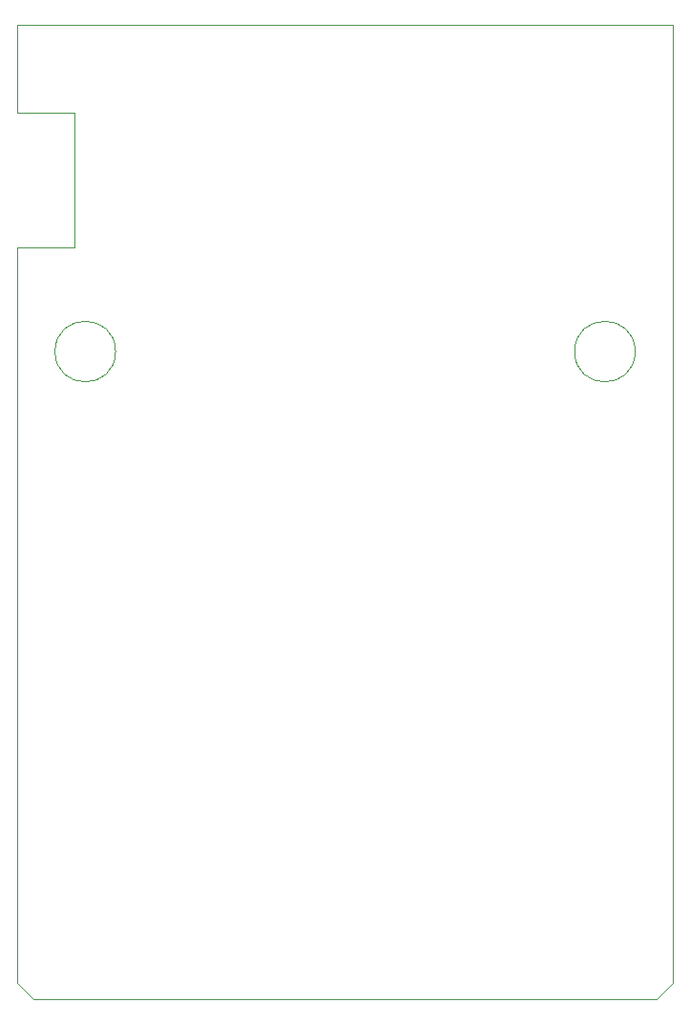
<source format=gbr>
%TF.GenerationSoftware,KiCad,Pcbnew,8.0.2*%
%TF.CreationDate,2024-05-12T16:12:48+02:00*%
%TF.ProjectId,PiRTOII_cart,50695254-4f49-4495-9f63-6172742e6b69,rev?*%
%TF.SameCoordinates,Original*%
%TF.FileFunction,Profile,NP*%
%FSLAX46Y46*%
G04 Gerber Fmt 4.6, Leading zero omitted, Abs format (unit mm)*
G04 Created by KiCad (PCBNEW 8.0.2) date 2024-05-12 16:12:48*
%MOMM*%
%LPD*%
G01*
G04 APERTURE LIST*
%TA.AperFunction,Profile*%
%ADD10C,0.100000*%
%TD*%
%TA.AperFunction,Profile*%
%ADD11C,0.120000*%
%TD*%
G04 APERTURE END LIST*
D10*
X88900000Y-113792000D02*
X93980000Y-113792000D01*
X147091400Y-183540000D02*
X147091400Y-106000000D01*
X97636960Y-135000000D02*
G75*
G02*
X92260360Y-135000000I-2688300J0D01*
G01*
X92260360Y-135000000D02*
G75*
G02*
X97636960Y-135000000I2688300J0D01*
G01*
X88900000Y-125730000D02*
X88900000Y-183540000D01*
X88900000Y-106000000D02*
X88900000Y-113792000D01*
X143731040Y-135000000D02*
G75*
G02*
X138354440Y-135000000I-2688300J0D01*
G01*
X138354440Y-135000000D02*
G75*
G02*
X143731040Y-135000000I2688300J0D01*
G01*
X93980000Y-113792000D02*
X93980000Y-125730000D01*
X93980000Y-125730000D02*
X88900000Y-125730000D01*
X147091400Y-106000000D02*
X88900000Y-106000000D01*
D11*
%TO.C,J1*%
X147091400Y-190930000D02*
X147091400Y-183540000D01*
X147091400Y-190930000D02*
X145641400Y-192380000D01*
X145641400Y-192380000D02*
X90350000Y-192380000D01*
X88900000Y-190930000D02*
X90350000Y-192380000D01*
X88900000Y-190930000D02*
X88900000Y-183540000D01*
%TD*%
M02*

</source>
